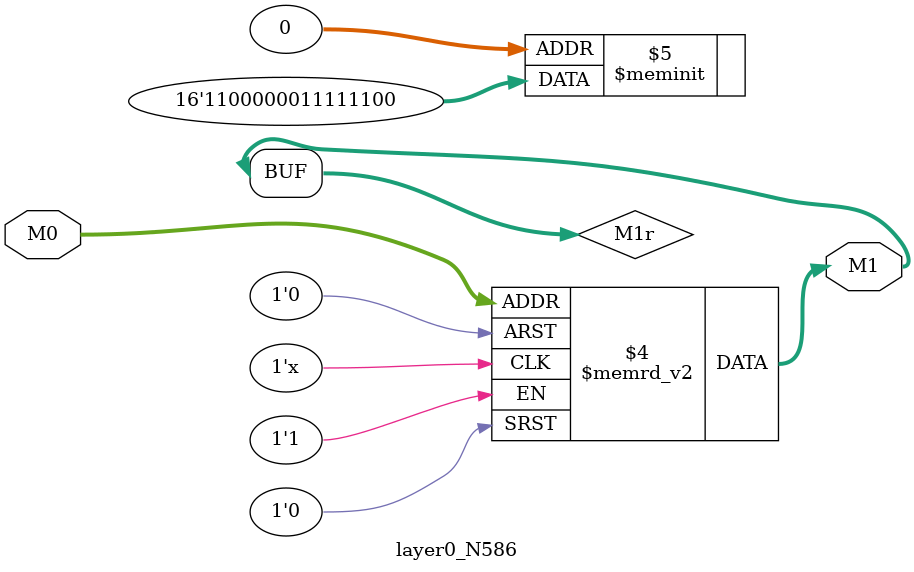
<source format=v>
module layer0_N586 ( input [2:0] M0, output [1:0] M1 );

	(*rom_style = "distributed" *) reg [1:0] M1r;
	assign M1 = M1r;
	always @ (M0) begin
		case (M0)
			3'b000: M1r = 2'b00;
			3'b100: M1r = 2'b00;
			3'b010: M1r = 2'b11;
			3'b110: M1r = 2'b00;
			3'b001: M1r = 2'b11;
			3'b101: M1r = 2'b00;
			3'b011: M1r = 2'b11;
			3'b111: M1r = 2'b11;

		endcase
	end
endmodule

</source>
